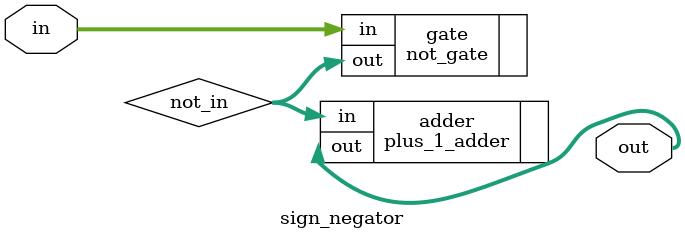
<source format=v>
module sign_negator (in, out);
  input [15 : 0] in;
  wire signed [15 : 0] in;
  output [15 : 0] out;
  wire signed [15 : 0] out;
  
  wire [15 : 0] not_in;
  
  not_gate gate (
    .in(in),
    .out(not_in)
  );
  
  plus_1_adder adder (
    .in(not_in),
    .out(out)
  );
  
endmodule
</source>
